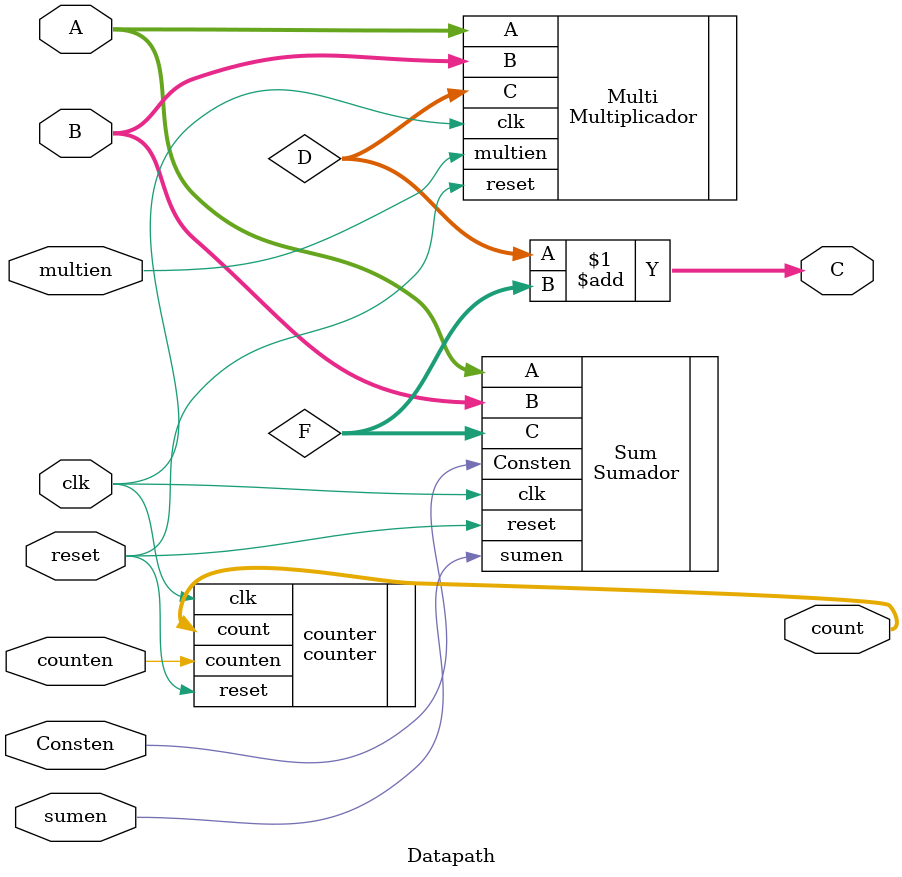
<source format=v>
`timescale 1ns / 1ps


module Datapath(multien,sumen,Consten,counten,A,B,C,count,clk, reset);

input multien,sumen,Consten,counten, reset;
input [3:0]A;
input [3:0]B;

output [15:0]C;
wire[15:0]D,F;
output [3:0] count;
input clk;

Multiplicador Multi(.A(A),.B(B),.C(D), .multien(multien), .reset(reset), .clk(clk)); //modulo multiplicador
Sumador Sum(.A(A),.B(B),.C(F), .sumen(sumen), .reset(reset), .clk(clk),.Consten(Consten)); //modulo sumador
counter counter (.clk(clk), .count(count), .counten(counten), .reset(reset)); //modulo contador

assign C = D+F; // suma el resultado final
endmodule

</source>
